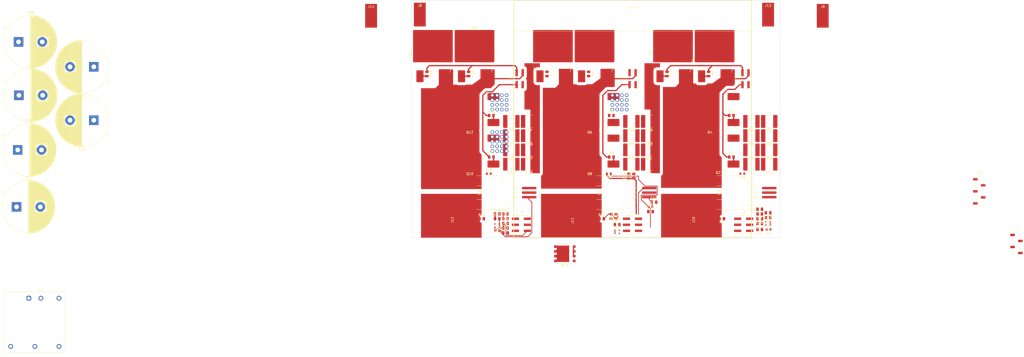
<source format=kicad_pcb>
(kicad_pcb (version 20221018) (generator pcbnew)
  (layers (0 "F.Cu" signal) (31 "B.Cu" signal) (34 "B.Paste" user) (35 "F.Paste" user) (36 "B.SilkS" user "B.Silkscreen") (37 "F.SilkS" user "F.Silkscreen") (38 "B.Mask" user) (39 "F.Mask" user) (44 "Edge.Cuts" user))
  (net 0 "")
  (net 1 "Net-(C1-Pad2)")
  (net 2 "Net-(C5-Pad2)")
  (net 3 "Net-(C13-Pad2)")
  (net 4 "Net-(C15-Pad2)")
  (net 5 "Net-(C17-Pad2)")
  (net 6 "Net-(C19-Pad2)")
  (net 7 "Net-(U3-VCC)")
  (net 8 "VSENSE1")
  (net 9 "-BATT")
  (net 10 "Net-(U1-S)")
  (net 11 "MOSTEMP1")
  (net 12 "MOSTEMP2")
  (net 14 "Net-(U2-VCC)")
  (net 15 "VSENSE2")
  (net 16 "Net-(U5-S)")
  (net 17 "Net-(U6-VCC)")
  (net 18 "Net-(U7-S)")
  (net 19 "+BATT")
  (net 20 "Net-(C3-Pad1)")
  (net 21 "Net-(C4-Pad1)")
  (net 22 "Net-(C12-Pad1)")
  (net 23 "Net-(C10-Pad2)")
  (net 24 "Net-(C18-Pad2)")
  (net 25 "Net-(C22-Pad2)")
  (net 26 "A")
  (net 27 "B")
  (net 28 "C")
  (net 29 "PH2")
  (net 30 "PHASE2")
  (net 31 "PL2")
  (net 32 "PH3")
  (net 33 "PHASE3")
  (net 34 "PL3")
  (net 35 "Net-(Q3-G)")
  (net 37 "PH1")
  (net 38 "PHASE1")
  (net 39 "PL1")
  (net 40 "Net-(Q1-G)")
  (net 41 "Net-(Q2-G)")
  (net 42 "Net-(Q4-G)")
  (net 43 "Net-(Q5-G)")
  (net 44 "Net-(Q7-G)")
  (net 45 "Net-(Q8-G)")
  (net 46 "Net-(Q9-G)")
  (net 47 "Net-(Q10-G)")
  (net 48 "Net-(Q6-G)")
  (net 49 "Net-(Q11-G)")
  (net 50 "Net-(Q12-G)")
  (net 51 "+12V")
  (net 52 "VSENSE3")
  (net 53 "SENS_FILTER_ENABLE1")
  (net 54 "MOSTEMP3")
  (net 55 "+3.3V")
  (net 56 "CURR3")
  (net 57 "CURR2")
  (net 58 "CURR1")
  (net 61 "IN_V")
  (net 62 "AUX_FAULT")
  (net 63 "AUX_ENABLE")
  (net 64 "CLEAR_HW_FAULT")
  (net 65 "SENS_FILTER_ENABLE2")
  (net 66 "SENS_FILTER_ENABLE3")
  (footprint "Capacitor_SMD:C_2220_5650Metric" (layer "F.Cu") (at 112.5 76 180)
    (fp_text reference "C9")
    (fp_text value "C")
  )
  (footprint "Connector_PinSocket_2.54mm:PinSocket_1x04_P2.54mm_Vertical_SMD_Pin1Left" (layer "F.Cu") (at 317.5 127.63)
    (fp_text reference "J7")
    (fp_text value "VINConn")
  )
  (footprint "Capacitor_SMD:C_2220_5650Metric" (layer "F.Cu") (at 112.5 82 180)
    (fp_text reference "C10")
    (fp_text value "C")
  )
  (footprint "Capacitor_SMD:C_2220_5650Metric" (layer "F.Cu") (at 105 82 180)
    (fp_text reference "C11")
    (fp_text value "C")
  )
  (footprint "Capacitor_SMD:C_0805_2012Metric" (layer "F.Cu") (at 102.55 121)
    (fp_text reference "C47")
    (fp_text value "100nF")
  )
  (footprint "Capacitor_SMD:C_0805_2012Metric" (layer "F.Cu") (at 163.55 114)
    (fp_text reference "C39")
    (fp_text value "100nF")
  )
  (footprint "Capacitor_SMD:C_2220_5650Metric" (layer "F.Cu") (at 112.5 88 180)
    (fp_text reference "C17")
    (fp_text value "C")
  )
  (footprint "Capacitor_SMD:C_0805_2012Metric" (layer "F.Cu") (at 209.5 117 180)
    (fp_text reference "C36")
    (fp_text value "100nF")
  )
  (footprint "Inductor_SMD:L_0603_1608Metric" (layer "F.Cu") (at 99.05 122)
    (fp_text reference "L3")
    (fp_text value "BLM18HE152SN1D")
  )
  (footprint "Resistor_SMD:R_0805_2012Metric" (layer "F.Cu") (at 137.5 56 -90)
    (fp_text reference "R5")
    (fp_text value "2r2")
  )
  (footprint "Capacitor_SMD:C_0805_2012Metric" (layer "F.Cu") (at 102.55 117)
    (fp_text reference "C43")
    (fp_text value "1u")
  )
  (footprint "Capacitor_SMD:C_2220_5650Metric" (layer "F.Cu") (at 105 88 180)
    (fp_text reference "C21")
    (fp_text value "C")
  )
  (footprint "Inductor_SMD:L_0603_1608Metric" (layer "F.Cu") (at 163.5 112)
    (fp_text reference "L2")
    (fp_text value "BLM18HE152SN1D")
  )
  (footprint "Package_TO_SOT_SMD:TO-268-2" (layer "F.Cu") (at 138 71 180)
    (fp_text reference "Q6")
    (fp_text value "IXTT220N20X4HV")
  )
  (footprint "Resistor_SMD:R_0805_2012Metric" (layer "F.Cu") (at 197.5875 91)
    (fp_text reference "R10")
    (fp_text value "2r2")
  )
  (footprint "Package_TO_SOT_SMD:TO-268-2" (layer "F.Cu") (at 173 47 90)
    (fp_text reference "Q3")
    (fp_text value "IXTT220N20X4HV")
  )
  (footprint "Package_TO_SOT_SMD:TO-268-2" (layer "F.Cu") (at 138 88.5 180)
    (fp_text reference "Q8")
    (fp_text value "IXTT220N20X4HV")
  )
  (footprint "Capacitor_SMD:C_0805_2012Metric" (layer "F.Cu") (at 209.5 119 180)
    (fp_text reference "C44")
    (fp_text value "100nF")
  )
  (footprint "Resistor_SMD:R_0805_2012Metric" (layer "F.Cu") (at 213 116.5 180)
    (fp_text reference "R2")
    (fp_text value "2.7k")
  )
  (footprint "Capacitor_SMD:C_2220_5650Metric" (layer "F.Cu") (at 155.5 88 180)
    (fp_text reference "C12")
    (fp_text value "C")
  )
  (footprint "Capacitor_SMD:C_2220_5650Metric" (layer "F.Cu") (at 163 82 180)
    (fp_text reference "C22")
    (fp_text value "C")
  )
  (footprint "Capacitor_SMD:C_2220_5650Metric" (layer "F.Cu") (at 155.5 82 180)
    (fp_text reference "C23")
    (fp_text value "C")
  )
  (footprint "Capacitor_SMD:C_2220_5650Metric" (layer "F.Cu") (at 213.5 94 180)
    (fp_text reference "C13")
    (fp_text value "C")
  )
  (footprint "Package_TO_SOT_SMD:PQFN_8x8" (layer "F.Cu") (at 127.5 131.75 180)
    (fp_text reference "Q13")
    (fp_text value "NTMTSC4D3N15MC")
  )
  (footprint "Resistor_SMD:R_0603_1608Metric" (layer "F.Cu") (at 202.175 98 180)
    (fp_text reference "TH1")
    (fp_text value "NCP18XH103F03RB")
  )
  (footprint "Capacitor_THT:CP_Radial_D22.0mm_P10.00mm_SnapIn" (layer "F.Cu") (at -102.315662 42.5)
    (fp_text reference "C28")
    (fp_text value "680uF 200V")
  )
  (footprint "Capacitor_SMD:C_2220_5650Metric" (layer "F.Cu") (at 206 88 180)
    (fp_text reference "C24")
    (fp_text value "C")
  )
  (footprint "Package_TO_SOT_SMD:TO-268-2" (layer "F.Cu") (at 188.5 88.5 180)
    (fp_text reference "Q2")
    (fp_text value "IXTT220N20X4HV")
  )
  (footprint "Resistor_SMD:R_0805_2012Metric" (layer "F.Cu") (at 209.5 115 180)
    (fp_text reference "R3")
    (fp_text value "10k")
  )
  (footprint "Capacitor_SMD:C_2220_5650Metric" (layer "F.Cu") (at 112.5 94 180)
    (fp_text reference "C19")
    (fp_text value "C")
  )
  (footprint "Resistor_SMD:R_0805_2012Metric" (layer "F.Cu") (at 69.5 56 -90)
    (fp_text reference "R18")
    (fp_text value "2r2")
  )
  (footprint "Capacitor_SMD:C_2220_5650Metric" (layer "F.Cu") (at 163 76 180)
    (fp_text reference "C15")
    (fp_text value "C")
  )
  (footprint "Package_TO_SOT_SMD:TO-268-2" (layer "F.Cu") (at 188.5 71 180)
    (fp_text reference "Q4")
    (fp_text value "IXTT220N20X4HV")
  )
  (footprint "Inductor_SMD:L_0603_1608Metric" (layer "F.Cu") (at 213.2125 121.5 180)
    (fp_text reference "L1")
    (fp_text value "BLM18HE152SN1D")
  )
  (footprint "GigaVescLibs:Allegro_CB_SMD" (layer "F.Cu") (at 97.5 106 90)
    (fp_text reference "U6")
    (fp_text value "ACS773ECB-200B-PFF-T")
  )
  (footprint "Capacitor_THT:CP_Radial_D22.0mm_P10.00mm_SnapIn" (layer "F.Cu") (at -103.157831 112)
    (fp_text reference "C27")
    (fp_text value "680uF 200V")
  )
  (footprint "Capacitor_SMD:C_2220_5650Metric" (layer "F.Cu") (at 206 76 180)
    (fp_text reference "C2")
    (fp_text value "C")
  )
  (footprint "Connector_PinSocket_2.54mm:PinSocket_2x03_P2.54mm_Vertical_SMD" (layer "F.Cu") (at 155.98 119.54)
    (fp_text reference "J5")
    (fp_text value "PhaseConn2")
  )
  (footprint "Capacitor_SMD:C_0805_2012Metric" (layer "F.Cu") (at 149.5 119.5)
    (fp_text reference "C42")
    (fp_text value "100nF")
  )
  (footprint "Resistor_SMD:R_0805_2012Metric" (layer "F.Cu") (at 193.5 117)
    (fp_text reference "R1")
    (fp_text value "150k")
  )
  (footprint "Capacitor_SMD:C_0805_2012Metric" (layer "F.Cu") (at 209.5 113 180)
    (fp_text reference "C37")
    (fp_text value "1u")
  )
  (footprint "Package_TO_SOT_SMD:SOT-353_SC-70-5" (layer "F.Cu") (at 149.5 122.5)
    (fp_text reference "U5")
    (fp_text value "RS2166XC5")
  )
  (footprint "Connector_Wire:SolderWirePad_1x01_SMD_5x10mm" (layer "F.Cu") (at 185.5 117.5 90)
    (fp_text reference "J10")
    (fp_text value "A_PAD")
  )
  (footprint "Package_TO_SOT_SMD:TO-268-2" (layer "F.Cu") (at 72 47 90)
    (fp_text reference "Q11")
    (fp_text value "IXTT220N20X4HV")
  )
  (footprint "Capacitor_SMD:C_0805_2012Metric" (layer "F.Cu") (at 102.55 123)
    (fp_text reference "C45")
    (fp_text value "2.2u")
  )
  (footprint "Connector_Wire:SolderWirePad_1x01_SMD_5x10mm" (layer "F.Cu") (at 84 117.5 90)
    (fp_text reference "J12")
    (fp_text value "C_PAD")
  )
  (footprint "Capacitor_SMD:C_0805_2012Metric" (layer "F.Cu") (at 154.5 99 90)
    (fp_text reference "C38")
    (fp_text value "1u")
  )
  (footprint "Connector_Wire:SolderWirePad_1x01_SMD_5x10mm" (layer "F.Cu") (at 213 31)
    (fp_text reference "J13")
    (fp_text value "BATT+Conn2")
  )
  (footprint "GigaVescLibs:Allegro_CB_SMD" (layer "F.Cu") (at 148 106 90)
    (fp_text reference "U2")
    (fp_text value "ACS773ECB-200B-PFF-T")
  )
  (footprint "Connector_Wire:SolderWirePad_1x01_SMD_5x10mm" (layer "F.Cu") (at 236 31.5)
    (fp_text reference "J9")
    (fp_text value "BATT-Conn1")
  )
  (footprint "Capacitor_SMD:C_0805_2012Metric" (layer "F.Cu") (at 209.5 121.5 180)
    (fp_text reference "C34")
    (fp_text value "2.2u")
  )
  (footprint "Resistor_SMD:R_0805_2012Metric" (layer "F.Cu") (at 188 56 -90)
    (fp_text reference "R9")
    (fp_text value "2r2")
  )
  (footprint "Capacitor_SMD:C_0805_2012Metric" (layer "F.Cu") (at 102.55 119)
    (fp_text reference "C29")
    (fp_text value "100nF")
  )
  (footprint "Connector_PinSocket_2.54mm:PinSocket_2x02_P2.54mm_Vertical_SMD" (layer "F.Cu") (at 156 58 90)
    (fp_text reference "J2")
    (fp_text value "DRIVER2")
  )
  (footprint "Connector_PinSocket_2.54mm:PinSocket_2x03_P2.54mm_Vertical_SMD" (layer "F.Cu") (at 109.23 119.54)
    (fp_text reference "J6")
    (fp_text value "PhaseConn3")
  )
  (footprint "Resistor_SMD:R_0805_2012Metric" (layer "F.Cu") (at 147.0875 91)
    (fp_text reference "R8")
    (fp_text value "2r2")
  )
  (footprint "Package_TO_SOT_SMD:TO-268-2" (layer "F.Cu") (at 122.5 47 90)
    (fp_text reference "Q7")
    (fp_text value "IXTT220N20X4HV")
  )
  (footprint "Capacitor_THT:CP_Radial_D22.0mm_P10.00mm_SnapIn" (layer "F.Cu") (at -70.657831 53 180)
    (fp_text reference "C25")
    (fp_text value "680uF 200V")
  )
  (footprint "Capacitor_SMD:C_2220_5650Metric" (layer "F.Cu") (at 105 76 180)
    (fp_text reference "C4")
    (fp_text value "C")
  )
  (footprint "GigaVescLibs:Allegro_CB_SMD" (layer "F.Cu") (at 198.5 106 90)
    (fp_text reference "U3")
    (fp_text value "ACS773ECB-200B-PFF-T")
  )
  (footprint "Capacitor_SMD:C_2220_5650Metric" (layer "F.Cu") (at 213.5 76 180)
    (fp_text reference "C1")
    (fp_text value "C")
  )
  (footprint "Resistor_SMD:R_0805_2012Metric" (layer "F.Cu") (at 170.5 56 -90)
    (fp_text reference "R11")
    (fp_text value "2r2")
  )
  (footprint "Resistor_SMD:R_0805_2012Metric" (layer "F.Cu") (at 92.5 117)
    (fp_text reference "R20")
    (fp_text value "150k")
  )
  (footprint "Capacitor_SMD:C_0805_2012Metric" (layer "F.Cu") (at 213 114.5 180)
    (fp_text reference "C35")
    (fp_text value "100nF")
  )
  (footprint "Capacitor_SMD:C_2220_5650Metric" (layer "F.Cu") (at 105 94 180)
    (fp_text reference "C20")
    (fp_text value "C")
  )
  (footprint "Capacitor_THT:CP_Radial_D22.0mm_P10.00mm_SnapIn" (layer "F.Cu") (at -102.157831 65)
    (fp_text reference "C30")
    (fp_text value "680uF 200V")
  )
  (footprint "Resistor_SMD:R_0805_2012Metric" (layer "F.Cu") (at 197.5875 73.5)
    (fp_text reference "R12")
    (fp_text value "2r2")
  )
  (footprint "Capacitor_SMD:C_2220_5650Metric" (layer "F.Cu") (at 213.5 82 180)
    (fp_text reference "C8")
    (fp_text value "C")
  )
  (footprint "Capacitor_SMD:C_0805_2012Metric" (layer "F.Cu") (at 99.05 115)
    (fp_text reference "C46")
    (fp_text value "100nF")
  )
  (footprint "Capacitor_SMD:C_0805_2012Metric" (layer "F.Cu") (at 147 116 -90)
    (fp_text reference "C41")
    (fp_text value "100nF")
  )
  (footprint "Package_TO_SOT_SMD:TO-268-2" (layer "F.Cu") (at 87.5 71 180)
    (fp_text reference "Q12")
    (fp_text value "IXTT220N20X4HV")
  )
  (footprint "Resistor_SMD:R_0805_2012Metric" (layer "F.Cu") (at 149 116 90)
    (fp_text reference "R14")
    (fp_text value "2.7k")
  )
  (footprint "Capacitor_SMD:C_2220_5650Metric" (layer "F.Cu") (at 163 94 180)
    (fp_text reference "C5")
    (fp_text value "C")
  )
  (footprint "Connector_PinSocket_2.54mm:PinSocket_2x02_P2.54mm_Vertical_SMD" (layer "F.Cu") (at 203.5 58 90)
    (fp_text reference "J1")
    (fp_text value "DRIVER1")
  )
  (footprint "Resistor_SMD:R_0603_1608Metric" (layer "F.Cu") (at 146 98 180)
    (fp_text reference "TH2")
    (fp_text value "NCP18XH103F03RB")
  )
  (footprint "Resistor_SMD:R_0805_2012Metric" (layer "F.Cu") (at 147.0875 73.5)
    (fp_text reference "R6")
    (fp_text value "2r2")
  )
  (footprint "Connector_PinSocket_2.54mm:PinSocket_1x05_P2.54mm_Vertical_SMD_Pin1Left" (layer "F.Cu") (at 301.85 105.46)
    (fp_text reference "J15")
    (fp_text value "AuxConn")
  )
  (footprint "Capacitor_SMD:C_2220_5650Metric" (layer "F.Cu") (at 155.5 76 180)
    (fp_text reference "C16")
    (fp_text value "C")
  )
  (footprint "Resistor_SMD:R_0805_2012Metric" (layer "F.Cu") (at 96.5875 91)
    (fp_text reference "R17")
    (fp_text value "2r2")
  )
  (footprint "Connector_PinSocket_2.54mm:PinSocket_2x03_P2.54mm_Vertical_SMD" (layer "F.Cu") (at 202.73 119.54)
    (fp_text reference "J4")
    (fp_text value "PhaseConn1")
  )
  (footprint "Connector_Wire:SolderWirePad_1x01_SMD_5x10mm" (layer "F.Cu") (at 46 31.5)
    (fp_text reference "J14")
    (fp_text value "BATT-Conn2")
  )
  (footprint "Capacitor_SMD:C_2220_5650Metric" (layer "F.Cu") (at 155.5 94 180)
    (fp_text reference "C7")
    (fp_text value "C")
  )
  (footprint "Connector_PinSocket_2.54mm:PinSocket_2x02_P2.54mm_Vertical_SMD" (layer "F.Cu") (at 108.5 58 90)
    (fp_text reference "J3")
    (fp_text value "DRIVER3")
  )
  (footprint "Package_TO_SOT_SMD:TO-268-2" (layer "F.Cu") (at 87.5 88.5 180)
    (fp_text reference "Q10")
    (fp_text value "IXTT220N20X4HV")
  )
  (footprint "Converter_DCDC:Converter_DCDC_TRACO_THN30-xxxx_THT" (layer "F.Cu") (at -98 150.4825)
    (fp_text reference "U4")
    (fp_text value "RDE20110S12")
  )
  (footprint "Resistor_SMD:R_0805_2012Metric" (layer "F.Cu") (at 99.05 117)
    (fp_text reference "R21")
    (fp_text value "2.7k")
  )
  (footprint "Resistor_SMD:R_0603_1608Metric" (layer "F.Cu") (at 95.5 98)
    (fp_text reference "TH3")
    (fp_text value "NCP18XH103F03RB")
  )
  (footprint "Package_TO_SOT_SMD:TO-268-2" (layer "F.Cu") (at 89.5 47 90)
    (fp_text reference "Q9")
    (fp_text value "IXTT220N20X4HV")
  )
  (footprint "Resistor_SMD:R_0805_2012Metric" (layer "F.Cu") (at 120 56 -90)
    (fp_text reference "R7")
    (fp_text value "2r2")
  )
  (footprint "Capacitor_SMD:C_0805_2012Metric" (layer "F.Cu") (at 165 110)
    (fp_text reference "C40")
    (fp_text value "2.2u")
  )
  (footprint "GigaVescLibs:LogicBoard" (layer "F.Cu") (at 156 81.5)
    (fp_text reference "REF**")
    (fp_text value "LogicBoard")
  )
  (footprint "Package_TO_SOT_SMD:TO-268-2" (layer "F.Cu") (at 190.5 47 90)
    (fp_text reference "Q1")
    (fp_text value "IXTT220N20X4HV")
  )
  (footprint "Capacitor_THT:CP_Radial_D22.0mm_P10.00mm_SnapIn" (layer "F.Cu") (at -70.657831 75.5 180)
    (fp_text reference "C26")
    (fp_text value "680uF 200V")
  )
  (footprint "Connector_Wire:SolderWirePad_1x01_SMD_5x10mm" (layer "F.Cu") (at 66.5 31)
    (fp_text reference "J8")
    (fp_text value "BATT+Conn1")
  )
  (footprint "Capacitor_SMD:C_2220_5650Metric" (layer "F.Cu") (at 213.5 88 180)
    (fp_text reference "C18")
    (fp_text value "C")
  )
  (footprint "Resistor_SMD:R_0805_2012Metric" (layer "F.Cu") (at 143 117)
    (fp_text reference "R13")
    (fp_text value "150k")
  )
  (footprint "Resistor_SMD:R_0805_2012Metric" (layer "F.Cu") (at 102.55 115)
    (fp_text reference "R15")
    (fp_text value "10k")
  )
  (footprint "Package_TO_SOT_SMD:SOT-353_SC-70-5" (layer "F.Cu") (at 99.05 119.85 180)
    (fp_text reference "U7")
    (fp_text value "RS2166XC5")
  )
  (footprint "Capacitor_SMD:C_2220_5650Metric" (layer "F.Cu") (at 206 82 180)
    (fp_text reference "C3")
    (fp_text value "C")
  )
  (footprint "Capacitor_SMD:C_2220_5650Metric" (layer "F.Cu") (at 163 88 180)
    (fp_text reference "C6")
    (fp_text value "C")
  )
  (footprint "Resistor_SMD:R_0805_2012Metric" (layer "F.Cu") (at 87 56 -90)
    (fp_text reference "R16")
    (fp_text value "2r2")
  )
  (footprint "Resistor_SMD:R_0805_2012Metric" (layer "F.Cu") (at 96.5875 73.5)
    (fp_text reference "R19")
    (fp_text value "2r2")
  )
  (footprint "Resistor_SMD:R_0805_2012Metric" (layer "F.Cu") (at 156.5 99 90)
    (fp_text reference "R4")
    (fp_text value "10k")
  )
  (footprint "Connector_Wire:SolderWirePad_1x01_SMD_5x10mm" (layer "F.Cu") (at 134.5 117.825 90)
    (fp_text reference "J11")
    (fp_text value "B_PAD")
  )
  (footprint "Capacitor_THT:CP_Radial_D22.0mm_P10.00mm_SnapIn" (layer "F.Cu") (at -102.657831 88)
    (fp_text reference "C31")
    (fp_text value "680uF 200V")
  )
  (footprint "Package_TO_SOT_SMD:SOT-353_SC-70-5" (layer "F.Cu") (at 213 119 180)
    (fp_text reference "U1")
    (fp_text value "RS2166XC5")
  )
  (footprint "Capacitor_SMD:C_2220_5650Metric" (layer "F.Cu") (at 206 94 180)
    (fp_text reference "C14")
    (fp_text value "C")
  )
  (footprint "Package_TO_SOT_SMD:TO-268-2" (layer "F.Cu") (at 140 47 90)
    (fp_text reference "Q5" hide)
    (fp_text value "IXTT220N20X4HV")
  )
  (gr_rect locked (start 106 25) (end 206 125) (stroke (width 0.3)) (fill none) (layer "F.SilkS"))
  (gr_rect (start 63 25) (end 218 125) (stroke (width 0.1)) (fill none) (layer "Edge.Cuts"))
  (segment (start 100 119.85) (end 100 117.0375) (width 0.3) (layer "F.Cu") (net 9))
  (segment (start 100 117.0375) (end 99.9625 117) (width 0.3) (layer "F.Cu") (net 9))
  (segment (start 103.4625 122.9625) (end 103.5 123) (width 0.5) (layer "F.Cu") (net 9))
  (via (at 101 88.5) (size 1.5) (drill 1) (layers "F.Cu" "B.Cu") (net 9))
  (via (at 99 69) (size 1.5) (drill 1) (layers "F.Cu" "B.Cu") (net 9))
  (via (at 97 65) (size 1.5) (drill 1) (layers "F.Cu" "B.Cu") (net 9))
  (via (at 97 80.5) (size 1.5) (drill 1) (layers "F.Cu" "B.Cu") (net 9))
  (via (at 149.5 71) (size 1.5) (drill 1) (layers "F.Cu" "B.Cu") (net 9))
  (via (at 153.5 69) (size 1.5) (drill 1) (layers "F.Cu" "B.Cu") (net 9))
  (via (at 99 67) (size 1.5) (drill 1) (layers "F.Cu" "B.Cu") (net 9))
  (via (at 153.5 67) (size 1.5) (drill 1) (layers "F.Cu" "B.Cu") (net 9))
  (via (at 153.5 65) (size 1.5) (drill 1) (layers "F.Cu" "B.Cu") (net 9))
  (via (at 97 71) (size 1.5) (drill 1) (layers "F.Cu" "B.Cu") (net 9))
  (via (at 101 69) (size 1.5) (drill 1) (layers "F.Cu" "B.Cu") (net 9))
  (via (at 99 65) (size 1.5) (drill 1) (layers "F.Cu" "B.Cu") (net 9))
  (via (at 101 67) (size 1.5) (drill 1) (layers "F.Cu" "B.Cu") (net 9))
  (via (at 149.5 69) (size 1.5) (drill 1) (layers "F.Cu" "B.Cu") (net 9))
  (via (at 103 71) (size 1.5) (drill 1) (layers "F.Cu" "B.Cu") (net 9))
  (via (at 147.5 67) (size 1.5) (drill 1) (layers "F.Cu" "B.Cu") (net 9))
  (via (at 151.5 71) (size 1.5) (drill 1) (layers "F.Cu" "B.Cu") (net 9))
  (via (at 103 86.5) (size 1.5) (drill 1) (layers "F.Cu" "B.Cu") (net 9))
  (via (at 97 82.5) (size 1.5) (drill 1) (layers "F.Cu" "B.Cu") (net 9))
  (via (at 103 65) (size 1.5) (drill 1) (layers "F.Cu" "B.Cu") (net 9))
  (via (at 149.5 65) (size 1.5) (drill 1) (layers "F.Cu" "B.Cu") (net 9))
  (via (at 97 69) (size 1.5) (drill 1) (layers "F.Cu" "B.Cu") (net 9))
  (via (at 101 80.5) (size 1.5) (drill 1) (layers "F.Cu" "B.Cu") (net 9))
  (via (at 101 82.5) (size 1.5) (drill 1) (layers "F.Cu" "B.Cu") (net 9))
  (via (at 103 69) (size 1.5) (drill 1) (layers "F.Cu" "B.Cu") (net 9))
  (via (at 97 67) (size 1.5) (drill 1) (layers "F.Cu" "B.Cu") (net 9))
  (via (at 149.5 67) (size 1.5) (drill 1) (layers "F.Cu" "B.Cu") (net 9))
  (via (at 99 71) (size 1.5) (drill 1) (layers "F.Cu" "B.Cu") (net 9))
  (via (at 103 82.5) (size 1.5) (drill 1) (layers "F.Cu" "B.Cu") (net 9))
  (via (at 99 82.5) (size 1.5) (drill 1) (layers "F.Cu" "B.Cu") (net 9))
  (via (at 97 88.5) (size 1.5) (drill 1) (layers "F.Cu" "B.Cu") (net 9))
  (via (at 99 84.5) (size 1.5) (drill 1) (layers "F.Cu" "B.Cu") (net 9))
  (via (at 147.5 69) (size 1.5) (drill 1) (layers "F.Cu" "B.Cu") (net 9))
  (via (at 151.5 65) (size 1.5) (drill 1) (layers "F.Cu" "B.Cu") (net 9))
  (via (at 103 88.5) (size 1.5) (drill 1) (layers "F.Cu" "B.Cu") (net 9))
  (via (at 147.5 71) (size 1.5) (drill 1) (layers "F.Cu" "B.Cu") (net 9))
  (via (at 151.5 69) (size 1.5) (drill 1) (layers "F.Cu" "B.Cu") (net 9))
  (via (at 147.5 65) (size 1.5) (drill 1) (layers "F.Cu" "B.Cu") (net 9))
  (via (at 99 80.5) (size 1.5) (drill 1) (layers "F.Cu" "B.Cu") (net 9))
  (via (at 97 84.5) (size 1.5) (drill 1) (layers "F.Cu" "B.Cu") (net 9))
  (via (at 101 71) (size 1.5) (drill 1) (layers "F.Cu" "B.Cu") (net 9))
  (via (at 101 86.5) (size 1.5) (drill 1) (layers "F.Cu" "B.Cu") (net 9))
  (via (at 99 86.5) (size 1.5) (drill 1) (layers "F.Cu" "B.Cu") (net 9))
  (via (at 153.5 71) (size 1.5) (drill 1) (layers "F.Cu" "B.Cu") (net 9))
  (via (at 99 88.5) (size 1.5) (drill 1) (layers "F.Cu" "B.Cu") (net 9))
  (via (at 101 84.5) (size 1.5) (drill 1) (layers "F.Cu" "B.Cu") (net 9))
  (via (at 103 84.5) (size 1.5) (drill 1) (layers "F.Cu" "B.Cu") (net 9))
  (via (at 103 67) (size 1.5) (drill 1) (layers "F.Cu" "B.Cu") (net 9))
  (via (at 103 80.5) (size 1.5) (drill 1) (layers "F.Cu" "B.Cu") (net 9))
  (via (at 97 86.5) (size 1.5) (drill 1) (layers "F.Cu" "B.Cu") (net 9))
  (via (at 151.5 67) (size 1.5) (drill 1) (layers "F.Cu" "B.Cu") (net 9))
  (via (at 101 65) (size 1.5) (drill 1) (layers "F.Cu" "B.Cu") (net 9))
  (segment (start 157.55 111.5375) (end 157.5875 111.5) (width 0.5) (layer "F.Cu") (net 12))
  (segment (start 156.5 100) (end 146.5 100) (width 0.5) (layer "F.Cu") (net 12))
  (segment (start 157.5875 111.5) (end 157.5 111.4125) (width 0.5) (layer "F.Cu") (net 12))
  (segment (start 146.5 100) (end 145.175 98.675) (width 0.5) (layer "F.Cu") (net 12))
  (segment (start 157.5 101) (end 156.5 100) (width 0.5) (layer "F.Cu") (net 12))
  (segment (start 157.5 111.4125) (end 157.5 101) (width 0.5) (layer "F.Cu") (net 12))
  (segment (start 145.175 98.675) (end 145.175 98) (width 0.5) (layer "F.Cu") (net 12))
  (segment (start 157.55 114.95) (end 157.55 111.5375) (width 0.5) (layer "F.Cu") (net 12))
  (segment (start 163.00625 107.91) (end 163.00625 108.95625) (width 0.3) (layer "F.Cu") (net 14))
  (segment (start 164.2875 112) (end 164.2875 110.2375) (width 0.3) (layer "F.Cu") (net 14))
  (segment (start 163.00625 108.95625) (end 164.05 110) (width 0.3) (layer "F.Cu") (net 14))
  (segment (start 164.2875 110.2375) (end 164.05 110) (width 0.3) (layer "F.Cu") (net 14))
  (segment (start 145.8625 115.05) (end 147 115.05) (width 0.3) (layer "F.Cu") (net 15))
  (segment (start 143.9125 117) (end 145.8625 115.05) (width 0.3) (layer "F.Cu") (net 15))
  (segment (start 149 116.9125) (end 148.8625 116.9125) (width 0.3) (layer "F.Cu") (net 15))
  (segment (start 148.8625 116.9125) (end 147 115.05) (width 0.3) (layer "F.Cu") (net 15))
  (segment (start 150.05 115.8625) (end 149 116.9125) (width 0.3) (layer "F.Cu") (net 15))
  (segment (start 147 116.95) (end 147 117.3) (width 0.3) (layer "F.Cu") (net 16))
  (segment (start 113.6 110.00375) (end 112.00625 108.41) (width 0.3) (layer "F.Cu") (net 17))
  (segment (start 102.4125 124.575) (end 111.955 124.575) (width 0.3) (layer "F.Cu") (net 17))
  (segment (start 99.8375 122) (end 100.6 122) (width 0.3) (layer "F.Cu") (net 17))
  (segment (start 111.955 124.575) (end 113.6 122.93) (width 0.3) (layer "F.Cu") (net 17))
  (segment (start 99.8375 122) (end 102.4125 124.575) (width 0.3) (layer "F.Cu") (net 17))
  (segment (start 113.6 122.93) (end 113.6 110.00375) (width 0.3) (layer "F.Cu") (net 17))
  (segment (start 100.6 122) (end 101.6 123) (width 0.3) (layer "F.Cu") (net 17))
  (segment (start 146.475 58) (end 145.45 56.975) (width 0.5) (layer "F.Cu") (net 30))
  (segment (start 157.27 56.73) (end 156 58) (width 0.5) (layer "F.Cu") (net 30))
  (segment (start 156 58) (end 146.475 58) (width 0.5) (layer "F.Cu") (net 30))
  (segment (start 157.27 55.48) (end 157.27 56.73) (width 0.5) (layer "F.Cu") (net 30))
  (segment (start 145 91) (end 143.5 89.5) (width 0.5) (layer "F.Cu") (net 31))
  (segment (start 146.175 91) (end 145 91) (width 0.5) (layer "F.Cu") (net 31))
  (segment (start 145.5 63) (end 149 63) (width 0.5) (layer "F.Cu") (net 31))
  (segment (start 149 63) (end 151.5 60.5) (width 0.5) (layer "F.Cu") (net 31))
  (segment (start 151.5 60.5) (end 151.52 60.52) (width 0.5) (layer "F.Cu") (net 31))
  (segment (start 151.52 60.52) (end 154.73 60.52) (width 0.5) (layer "F.Cu") (net 31))
  (segment (start 143.5 65) (end 145.5 63) (width 0.5) (layer "F.Cu") (net 31))
  (segment (start 143.5 89.5) (end 143.5 65) (width 0.5) (layer "F.Cu") (net 31))
  (segment (start 69.5 53.5) (end 70.5 52.5) (width 0.5) (layer "F.Cu") (net 32))
  (segment (start 87 55.0875) (end 87 54) (width 0.5) (layer "F.Cu") (net 32))
  (segment (start 107.23 53.23) (end 107.23 55.48) (width 0.5) (layer "F.Cu") (net 32))
  (segment (start 106.5 52.5) (end 107.23 53.23) (width 0.5) (layer "F.Cu") (net 32))
  (segment (start 70.5 52.5) (end 88.5 52.5) (width 0.5) (layer "F.Cu") (net 32))
  (segment (start 87 54) (end 88.5 52.5) (width 0.5) (layer "F.Cu") (net 32))
  (segment (start 88.5 52.5) (end 106.5 52.5) (width 0.5) (layer "F.Cu") (net 32))
  (segment (start 69.5 55.0875) (end 69.5 53.5) (width 0.5) (layer "F.Cu") (net 32))
  (segment (start 108.5 58) (end 109.77 56.73) (width 0.5) (layer "F.Cu") (net 33))
  (segment (start 95.475 58) (end 108.5 58) (width 0.5) (layer "F.Cu") (net 33))
  (segment (start 94.95 57.475) (end 95.475 58) (width 0.5) (layer "F.Cu") (net 33))
  (segment (start 109.77 56.73) (end 109.77 55.48) (width 0.5) (layer "F.Cu") (net 33))
  (segment (start 94.5 73.5) (end 93 72) (width 0.5) (layer "F.Cu") (net 34))
  (segment (start 107.23 60.52) (end 107.23 60.383604) (width 0.25) (layer "F.Cu") (net 34))
  (segment (start 95.675 91) (end 93 88.325) (width 0.5) (layer "F.Cu") (net 34))
  (segment (start 93 72) (end 93 65) (width 0.5) (layer "F.Cu") (net 34))
  (segment (start 100 60.5) (end 100.02 60.52) (width 0.5) (layer "F.Cu") (net 34))
  (segment (start 95.675 73.5) (end 94.5 73.5) (width 0.5) (layer "F.Cu") (net 34))
  (segment (start 97 63.5) (end 100 60.5) (width 0.5) (layer "F.Cu") (net 34))
  (segment (start 93 65) (end 94.5 63.5) (width 0.5) (layer "F.Cu") (net 34))
  (segment (start 94.5 63.5) (end 97 63.5) (width 0.5) (layer "F.Cu") (net 34))
  (segment (start 100.02 60.52) (end 107.23 60.52) (width 0.5) (layer "F.Cu") (net 34))
  (segment (start 93 88.325) (end 93 72) (width 0.5) (layer "F.Cu") (net 34))
  (segment (start 170.5 56.9125) (end 167.6125 56.9125) (width 0.5) (layer "F.Cu") (net 35))
  (segment (start 167.6125 56.9125) (end 167.55 56.975) (width 0.5) (layer "F.Cu") (net 35))
  (segment (start 170.5 54) (end 172 52.5) (width 0.5) (layer "F.Cu") (net 37))
  (segment (start 170.5 55.0875) (end 170.5 54) (width 0.5) (layer "F.Cu") (net 37))
  (segment (start 172 52.5) (end 189.5 52.5) (width 0.5) (layer "F.Cu") (net 37))
  (segment (start 188 54) (end 189.5 52.5) (width 0.5) (layer "F.Cu") (net 37))
  (segment (start 188 55.0875) (end 188 54) (width 0.5) (layer "F.Cu") (net 37))
  (segment (start 201.5 52.5) (end 202.23 53.23) (width 0.5) (layer "F.Cu") (net 37))
  (segment (start 202.23 53.23) (end 202.23 55.48) (width 0.5) (layer "F.Cu") (net 37))
  (segment (start 189.5 52.5) (end 201.5 52.5) (width 0.5) (layer "F.Cu") (net 37))
  (segment (start 196.975 58) (end 195.95 56.975) (width 0.5) (layer "F.Cu") (net 38))
  (segment (start 204.77 55.48) (end 204.77 56.73) (width 0.5) (layer "F.Cu") (net 38))
  (segment (start 204.77 56.73) (end 203.5 58) (width 0.5) (layer "F.Cu") (net 38))
  (segment (start 203.5 58) (end 196.975 58) (width 0.5) (layer "F.Cu") (net 38))
  (segment (start 200.98 60.52) (end 202.23 60.52) (width 0.5) (layer "F.Cu") (net 39))
  (segment (start 195.5 91) (end 194 89.5) (width 0.5) (layer "F.Cu") (net 39))
  (segment (start 194 72.5) (end 194 64.5) (width 0.5) (layer "F.Cu") (net 39))
  (segment (start 196 62.5) (end 199 62.5) (width 0.5) (layer "F.Cu") (net 39))
  (segment (start 194 64.5) (end 196 62.5) (width 0.5) (layer "F.Cu") (net 39))
  (segment (start 196.675 73.5) (end 195 73.5) (width 0.5) (layer "F.Cu") (net 39))
  (segment (start 199 62.5) (end 200.98 60.52) (width 0.5) (layer "F.Cu") (net 39))
  (segment (start 194 89.5) (end 194 72.5) (width 0.5) (layer "F.Cu") (net 39))
  (segment (start 195 73.5) (end 194 72.5) (width 0.5) (layer "F.Cu") (net 39))
  (segment (start 196.675 91) (end 195.5 91) (width 0.5) (layer "F.Cu") (net 39))
  (segment (start 185.1125 56.9125) (end 185.05 56.975) (width 0.5) (layer "F.Cu") (net 40))
  (segment (start 188 56.9125) (end 185.1125 56.9125) (width 0.5) (layer "F.Cu") (net 40))
  (segment (start 198.5 91) (end 198.5 93.925) (width 0.5) (layer "F.Cu") (net 41))
  (segment (start 198.5 93.925) (end 198.475 93.95) (width 0.5) (layer "F.Cu") (net 41))
  (segment (start 198.5 76.425) (end 198.475 76.45) (width 0.5) (layer "F.Cu") (net 42))
  (segment (start 198.5 73.5) (end 198.5 76.425) (width 0.5) (layer "F.Cu") (net 42))
  (segment (start 148 91) (end 148 93.925) (width 0.5) (layer "F.Cu") (net 45))
  (segment (start 148 93.925) (end 147.975 93.95) (width 0.5) (layer "F.Cu") (net 45))
  (segment (start 87 56.9125) (end 84.1125 56.9125) (width 0.5) (layer "F.Cu") (net 46))
  (segment (start 84.1125 56.9125) (end 84.05 56.975) (width 0.5) (layer "F.Cu") (net 46))
  (segment (start 97.5 91) (end 97.5 93.925) (width 0.5) (layer "F.Cu") (net 47))
  (segment (start 97.5 93.925) (end 97.475 93.95) (width 0.5) (layer "F.Cu") (net 47))
  (segment (start 66.6125 56.9125) (end 66.55 56.975) (width 0.5) (layer "F.Cu") (net 49))
  (segment (start 69.5 56.9125) (end 66.6125 56.9125) (width 0.5) (layer "F.Cu") (net 49))
  (segment (start 97.5 73.5) (end 97.5 76.425) (width 0.5) (layer "F.Cu") (net 50))
  (segment (start 97.5 76.425) (end 97.475 76.45) (width 0.5) (layer "F.Cu") (net 50))
  (segment (start 98.1375 117) (end 98.1375 115.0375) (width 0.5) (layer "F.Cu") (net 52))
  (segment (start 98.1375 115.0375) (end 98.1 115) (width 0.5) (layer "F.Cu") (net 52))
  (segment (start 101.6 117) (end 101.6 115.0375) (width 0.3) (layer "F.Cu") (net 54))
  (segment (start 101.6 115.0375) (end 101.6375 115) (width 0.3) (layer "F.Cu") (net 54))
  (segment (start 102.65 123.723528) (end 103.001472 124.075) (width 0.3) (layer "F.Cu") (net 55))
  (segment (start 147.2125 99.05) (end 158.55 99.05) (width 0.3) (layer "F.Cu") (net 55))
  (segment (start 166.35625 103.24) (end 166.35625 106.85) (width 0.3) (layer "F.Cu") (net 55))
  (segment (start 159.65625 108.94375) (end 162.7125 112) (width 0.3) (layer "F.Cu") (net 55))
  (segment (start 101.55 121.05) (end 99.2125 121.05) (width 0.3) (layer "F.Cu") (net 55))
  (segment (start 159.65625 107.06) (end 159.65625 108.94375) (width 0.3) (layer "F.Cu") (net 55))
  (segment (start 158.55 100.55) (end 161.24 103.24) (width 0.3) (layer "F.Cu") (net 55))
  (segment (start 158.55 99.05) (end 158.55 100.55) (width 0.3) (layer "F.Cu") (net 55))
  (segment (start 161.24 103.24) (end 166.35625 103.24) (width 0.3) (layer "F.Cu") (net 55))
  (segment (start 98.1 121.8375) (end 98.2625 122) (width 0.3) (layer "F.Cu") (net 55))
  (segment (start 101.6 121) (end 101.6 119) (width 0.5) (layer "F.Cu") (net 55))
  (segment (start 98.1 120.5) (end 98.1 121.8375) (width 0.3) (layer "F.Cu") (net 55))
  (segment (start 146.825 98) (end 146.825 98.6625) (width 0.3) (layer "F.Cu") (net 55))
  (segment (start 163.5 120.62) (end 163.5 112.7875) (width 0.3) (layer "F.Cu") (net 55))
  (segment (start 99.2125 121.05) (end 98.2625 122) (width 0.3) (layer "F.Cu") (net 55))
  (segment (start 163.5 112.7875) (end 162.7125 112) (width 0.3) (layer "F.Cu") (net 55))
  (segment (start 166.35625 106.85) (end 166.14625 107.06) (width 0.3) (layer "F.Cu") (net 55))
  (segment (start 146.825 98.6625) (end 147.2125 99.05) (width 0.3) (layer "F.Cu") (net 55))
  (segment (start 101.6 121) (end 101.55 121.05) (width 0.3) (layer "F.Cu") (net 55))
  (segment (start 103.001472 124.075) (end 109.755 124.075) (width 0.3) (layer "F.Cu") (net 55))
  (segment (start 166.14625 107.06) (end 159.65625 107.06) (width 0.3) (layer "F.Cu") (net 55))
  (segment (start 109.755 124.075) (end 111.75 122.08) (width 0.3) (layer "F.Cu") (net 55))
  (segment (start 101.6 119) (end 102.65 120.05) (width 0.3) (layer "F.Cu") (net 55))
  (segment (start 102.65 120.05) (end 102.65 123.723528) (width 0.3) (layer "F.Cu") (net 55))
  (segment (start 160.50625 104.09) (end 158.5 106.09625) (width 0.3) (layer "F.Cu") (net 57))
  (segment (start 163.00625 104.09) (end 160.50625 104.09) (width 0.3) (layer "F.Cu") (net 57))
  (segment (start 158.5 106.09625) (end 158.5 115.151472) (width 0.3) (layer "F.Cu") (net 57))
  (zone (net 38) (net_name "PHASE1") (layer "F.Cu") (priority 2) (connect_pads yes (clearance 1.25)) (min_thickness 0.25) (fill yes (thermal_gap 0.5) (thermal_bridge_width 0.5))
    (polygon (pts (xy 193 57.5) (xy 193 53.5) (xy 199 53.5) (xy 199 61.009692) (xy 193.5 64.5) (xy 193.5 104) (xy 168 104) (xy 168 80) (xy 168 61.5) (xy 174 61.5) (xy 175.5 60) (xy 175.5 53.5) (xy 181.5 53.5) (xy 181.5 60) (xy 183 60) (xy 189.5 60)))
  )
  (zone (net 27) (net_name "B") (layer "F.Cu") (priority 3) (connect_pads yes (clearance 1.25)) (min_thickness 0.25) (fill yes (thermal_gap 0.5) (thermal_bridge_width 0.5))
    (polygon (pts (xy 117.5 106.5) (xy 117.5 125) (xy 143 125) (xy 143 106.5)))
  )
  (zone (net 33) (net_name "PHASE3") (layer "F.Cu") (priority 2) (connect_pads yes (clearance 1.25)) (min_thickness 0.25) (fill yes (thermal_gap 0.5) (thermal_bridge_width 0.5))
    (polygon (pts (xy 92 58) (xy 92 54) (xy 98 54) (xy 98 61.509692) (xy 92.5 65) (xy 92.5 104.5) (xy 67 104.5) (xy 67 80.5) (xy 67 62) (xy 73 62) (xy 74.5 60.5) (xy 74.5 54) (xy 80.5 54) (xy 80.5 60.5) (xy 82 60.5) (xy 88.5 60.5)))
  )
  (zone (net 28) (net_name "C") (layer "F.Cu") (priority 3) (connect_pads yes (clearance 1.25)) (min_thickness 0.25) (fill yes (thermal_gap 0.5) (thermal_bridge_width 0.5))
    (polygon (pts (xy 67 106.5) (xy 67 125) (xy 92.5 125) (xy 92.5 106.5)))
  )
  (zone (net 30) (net_name "PHASE2") (layer "F.Cu") (priority 2) (connect_pads yes (clearance 1.25)) (min_thickness 0.25) (fill yes (thermal_gap 0.5) (thermal_bridge_width 0.5))
    (polygon (pts (xy 142.5 57.825) (xy 142.5 53.825) (xy 148.5 53.825) (xy 148.5 61.334692) (xy 143 64.825) (xy 143 104.325) (xy 117.5 104.325) (xy 117.5 80.325) (xy 117.5 61.825) (xy 123.5 61.825) (xy 125 60.325) (xy 125 53.825) (xy 131 53.825) (xy 131 60.325) (xy 132.5 60.325) (xy 139 60.325)))
  )
  (zone (net 26) (net_name "A") (layer "F.Cu") (priority 3) (connect_pads yes (clearance 1.25)) (min_thickness 0.25) (fill yes (thermal_gap 0.5) (thermal_bridge_width 0.5))
    (polygon (pts (xy 168 106.5) (xy 168 125) (xy 193.5 125) (xy 193.5 106.5)))
  )
  (zone (net 19) (net_name "+BATT") (layer "F.Cu") (priority 4) (connect_pads yes (clearance 1.25)) (min_thickness 0.25) (fill yes (thermal_gap 0.5) (thermal_bridge_width 0.5))
    (polygon (pts (xy 163.5 71) (xy 163.5 97.825) (xy 167.5 97.825) (xy 167.5 51.5) (xy 161 51.5) (xy 161 71)))
  )
  (zone (net 19) (net_name "+BATT") (layer "F.Cu") (priority 4) (connect_pads yes (clearance 1.25)) (min_thickness 0.25) (fill yes (thermal_gap 0.5) (thermal_bridge_width 0.5))
    (polygon (pts (xy 113 71) (xy 113 97.825) (xy 117 97.825) (xy 117 51.5) (xy 110.5 51.5) (xy 110.5 71)))
  )
)
</source>
